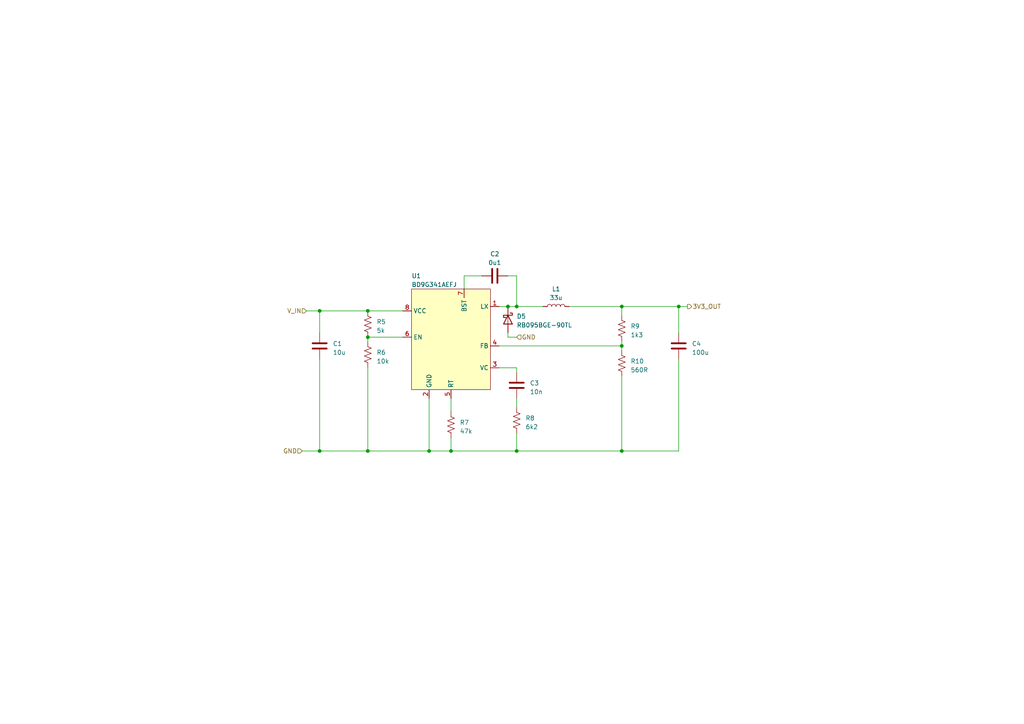
<source format=kicad_sch>
(kicad_sch (version 20230121) (generator eeschema)
  (paper "A4")
  (lib_symbols
    (symbol "Device:C" (pin_numbers hide) (pin_names (offset 0.254))
      (property "Reference" "C" (at 0.635 2.54 0))
      (property "Value" "C" (at 0.635 -2.54 0))
      (symbol "C_0_1"
        (polyline (pts (xy -2.032 -0.762) (xy 2.032 -0.762)) (stroke (width 0.508)))
        (polyline (pts (xy -2.032 0.762) (xy 2.032 0.762)) (stroke (width 0.508)))
      )
      (symbol "C_1_1"
        (pin passive line (at 0 3.81 270) (length 2.794) (name "~") (number "1"))
        (pin passive line (at 0 -3.81 90) (length 2.794) (name "~") (number "2"))
      )
    )
    (symbol "Device:D_Schottky" (pin_numbers hide) (pin_names (offset 1.016) hide)
      (property "Reference" "D" (at 0 2.54 0))
      (property "Value" "D_Schottky" (at 0 -2.54 0))
      (symbol "D_Schottky_0_1"
        (polyline (pts (xy 1.27 0) (xy -1.27 0)))
        (polyline (pts (xy 1.27 1.27) (xy 1.27 -1.27) (xy -1.27 0) (xy 1.27 1.27)) (stroke (width 0.254)))
        (polyline (pts (xy -1.905 0.635) (xy -1.905 1.27) (xy -1.27 1.27) (xy -1.27 -1.27) (xy -0.635 -1.27) (xy -0.635 -0.635)) (stroke (width 0.254)))
      )
      (symbol "D_Schottky_1_1"
        (pin passive line (at -3.81 0 0) (length 2.54) (name "K") (number "1"))
        (pin passive line (at 3.81 0 180) (length 2.54) (name "A") (number "2"))
      )
    )
    (symbol "Device:L" (pin_numbers hide) (pin_names (offset 1.016) hide)
      (property "Reference" "L" (at -1.27 0 90))
      (property "Value" "L" (at 1.905 0 90))
      (symbol "L_0_1"
        (arc (start 0 -2.54) (mid 0.6323 -1.905) (end 0 -1.27))
        (arc (start 0 -1.27) (mid 0.6323 -0.635) (end 0 0))
        (arc (start 0 0) (mid 0.6323 0.635) (end 0 1.27))
        (arc (start 0 1.27) (mid 0.6323 1.905) (end 0 2.54))
      )
      (symbol "L_1_1"
        (pin passive line (at 0 3.81 270) (length 1.27) (name "1") (number "1"))
        (pin passive line (at 0 -3.81 90) (length 1.27) (name "2") (number "2"))
      )
    )
    (symbol "Device:R_US" (pin_numbers hide) (pin_names (offset 0))
      (property "Reference" "R" (at 2.54 0 90))
      (property "Value" "R_US" (at -2.54 0 90))
      (symbol "R_US_0_1"
        (polyline (pts (xy 0 -2.286) (xy 0 -2.54)))
        (polyline (pts (xy 0 2.286) (xy 0 2.54)))
        (polyline (pts (xy 0 -0.762) (xy 1.016 -1.143) (xy 0 -1.524) (xy -1.016 -1.905) (xy 0 -2.286)))
        (polyline (pts (xy 0 0.762) (xy 1.016 0.381) (xy 0 0) (xy -1.016 -0.381) (xy 0 -0.762)))
        (polyline (pts (xy 0 2.286) (xy 1.016 1.905) (xy 0 1.524) (xy -1.016 1.143) (xy 0 0.762)))
      )
      (symbol "R_US_1_1"
        (pin passive line (at 0 3.81 270) (length 1.27) (name "~") (number "1"))
        (pin passive line (at 0 -3.81 90) (length 1.27) (name "~") (number "2"))
      )
    )
    (symbol "crush-power-lib:BD9G341AEFJ"
      (property "Reference" "U?" (at -5.08 16.51 0))
      (property "Value" "BD9G341AEFJ" (at -5.08 13.97 0))
      (symbol "BD9G341AEFJ_0_1"
        (rectangle (start -11.43 12.7) (end 11.43 -16.51) (fill (type background)))
      )
      (symbol "BD9G341AEFJ_1_1"
        (pin output line (at 13.97 7.62 180) (length 2.54) (name "LX") (number "1"))
        (pin power_in line (at -6.35 -19.05 90) (length 2.54) (name "GND") (number "2"))
        (pin input line (at 13.97 -10.16 180) (length 2.54) (name "VC") (number "3"))
        (pin input line (at 13.97 -3.81 180) (length 2.54) (name "FB") (number "4"))
        (pin input line (at 0 -19.05 90) (length 2.54) (name "RT") (number "5"))
        (pin input line (at -13.97 -1.27 0) (length 2.54) (name "EN") (number "6"))
        (pin output line (at 3.81 12.7 270) (length 2.54) (name "BST") (number "7"))
        (pin power_in line (at -13.97 6.35 0) (length 2.54) (name "VCC") (number "8"))
      )
    )
  )
  (junction (at 149.86 130.81))
  (junction (at 196.85 88.9))
  (junction (at 149.86 88.9))
  (junction (at 92.71 90.17))
  (junction (at 180.34 130.81))
  (junction (at 124.46 130.81))
  (junction (at 106.68 130.81))
  (junction (at 180.34 100.33))
  (junction (at 130.81 130.81))
  (junction (at 106.68 90.17))
  (junction (at 147.32 88.9))
  (junction (at 92.71 130.81))
  (junction (at 106.68 97.79))
  (junction (at 180.34 88.9))
  (wire (pts (xy 149.86 88.9) (xy 157.48 88.9)))
  (wire (pts (xy 147.32 97.79) (xy 147.32 96.52)))
  (wire (pts (xy 149.86 130.81) (xy 180.34 130.81)))
  (wire (pts (xy 196.85 104.14) (xy 196.85 130.81)))
  (wire (pts (xy 144.78 88.9) (xy 147.32 88.9)))
  (wire (pts (xy 130.81 130.81) (xy 124.46 130.81)))
  (wire (pts (xy 180.34 88.9) (xy 196.85 88.9)))
  (wire (pts (xy 196.85 88.9) (xy 199.39 88.9)))
  (wire (pts (xy 139.7 80.01) (xy 134.62 80.01)))
  (wire (pts (xy 88.9 90.17) (xy 92.71 90.17)))
  (wire (pts (xy 92.71 90.17) (xy 106.68 90.17)))
  (wire (pts (xy 106.68 97.79) (xy 106.68 99.06)))
  (wire (pts (xy 149.86 115.57) (xy 149.86 118.11)))
  (wire (pts (xy 180.34 100.33) (xy 180.34 101.6)))
  (wire (pts (xy 147.32 88.9) (xy 149.86 88.9)))
  (wire (pts (xy 196.85 130.81) (xy 180.34 130.81)))
  (wire (pts (xy 147.32 80.01) (xy 149.86 80.01)))
  (wire (pts (xy 130.81 130.81) (xy 149.86 130.81)))
  (wire (pts (xy 144.78 106.68) (xy 149.86 106.68)))
  (wire (pts (xy 165.1 88.9) (xy 180.34 88.9)))
  (wire (pts (xy 130.81 115.57) (xy 130.81 119.38)))
  (wire (pts (xy 180.34 99.06) (xy 180.34 100.33)))
  (wire (pts (xy 106.68 97.79) (xy 116.84 97.79)))
  (wire (pts (xy 144.78 100.33) (xy 180.34 100.33)))
  (wire (pts (xy 149.86 80.01) (xy 149.86 88.9)))
  (wire (pts (xy 149.86 106.68) (xy 149.86 107.95)))
  (wire (pts (xy 147.32 97.79) (xy 149.86 97.79)))
  (wire (pts (xy 130.81 127) (xy 130.81 130.81)))
  (wire (pts (xy 124.46 115.57) (xy 124.46 130.81)))
  (wire (pts (xy 106.68 90.17) (xy 116.84 90.17)))
  (wire (pts (xy 124.46 130.81) (xy 106.68 130.81)))
  (wire (pts (xy 106.68 106.68) (xy 106.68 130.81)))
  (wire (pts (xy 92.71 90.17) (xy 92.71 96.52)))
  (wire (pts (xy 180.34 88.9) (xy 180.34 91.44)))
  (wire (pts (xy 92.71 104.14) (xy 92.71 130.81)))
  (wire (pts (xy 134.62 80.01) (xy 134.62 83.82)))
  (wire (pts (xy 92.71 130.81) (xy 87.63 130.81)))
  (wire (pts (xy 106.68 130.81) (xy 92.71 130.81)))
  (wire (pts (xy 196.85 88.9) (xy 196.85 96.52)))
  (wire (pts (xy 149.86 125.73) (xy 149.86 130.81)))
  (wire (pts (xy 180.34 109.22) (xy 180.34 130.81)))
  (hierarchical_label "GND" (shape input) (at 87.63 130.81 180))
  (hierarchical_label "V_IN" (shape input) (at 88.9 90.17 180))
  (hierarchical_label "3V3_OUT" (shape output) (at 199.39 88.9 0))
  (hierarchical_label "GND" (shape input) (at 149.86 97.79 0))
  (symbol (lib_id "Device:C") (at 149.86 111.76 0) (unit 1)
    (property "Reference" "C3" (at 153.67 111.125 0) (effects (justify left)))
    (property "Value" "10n" (at 153.67 113.665 0) (effects (justify left)))
    (property "Footprint" "Capacitor_SMD:C_0603_1608Metric" (effects hide))
    (instances (project "crush-power-board" (path "" (reference "C3") (unit 1)) (path "" (reference "C47") (unit 1))))
  )
  (symbol (lib_id "Device:C") (at 143.51 80.01 90) (unit 1)
    (property "Reference" "C2" (at 143.51 73.66 90))
    (property "Value" "0u1" (at 143.51 76.2 90))
    (property "Footprint" "Capacitor_SMD:C_0603_1608Metric" (effects hide))
    (instances (project "crush-power-board" (path "" (reference "C2") (unit 1)) (path "" (reference "C46") (unit 1))))
  )
  (symbol (lib_id "Device:R_US") (at 106.68 102.87 0) (unit 1)
    (property "Reference" "R6" (at 109.22 102.235 0) (effects (justify left)))
    (property "Value" "10k" (at 109.22 104.775 0) (effects (justify left)))
    (property "Footprint" "Resistor_SMD:R_0603_1608Metric" (effects hide))
    (instances (project "crush-power-board" (path "" (reference "R6") (unit 1)) (path "" (reference "R34") (unit 1))))
  )
  (symbol (lib_id "Device:C") (at 196.85 100.33 0) (unit 1)
    (property "Reference" "C4" (at 200.66 99.695 0) (effects (justify left)))
    (property "Value" "100u" (at 200.66 102.235 0) (effects (justify left)))
    (property "Footprint" "Capacitor_SMD:C_0603_1608Metric" (effects hide))
    (instances (project "crush-power-board" (path "" (reference "C4") (unit 1)) (path "" (reference "C48") (unit 1))))
  )
  (symbol (lib_id "Device:C") (at 92.71 100.33 0) (unit 1)
    (property "Reference" "C1" (at 96.52 99.695 0) (effects (justify left)))
    (property "Value" "10u" (at 96.52 102.235 0) (effects (justify left)))
    (property "Footprint" "Capacitor_SMD:C_0603_1608Metric" (effects hide))
    (instances (project "crush-power-board" (path "" (reference "C1") (unit 1)) (path "" (reference "C45") (unit 1))))
  )
  (symbol (lib_id "Device:D_Schottky") (at 147.32 92.71 270) (unit 1)
    (property "Reference" "D5" (at 149.86 91.7575 90) (effects (justify left)))
    (property "Value" "RB095BGE-90TL" (at 149.86 94.2975 90) (effects (justify left)))
    (property "Footprint" "crush-power-footprints:DIO_RR601BM4_ROM-L" (effects hide))
    (instances (project "crush-power-board" (path "" (reference "D5") (unit 1)) (path "" (reference "D6") (unit 1))))
  )
  (symbol (lib_id "Device:R_US") (at 130.81 123.19 0) (unit 1)
    (property "Reference" "R7" (at 133.35 122.555 0) (effects (justify left)))
    (property "Value" "47k" (at 133.35 125.095 0) (effects (justify left)))
    (property "Footprint" "Resistor_SMD:R_0603_1608Metric" (effects hide))
    (instances (project "crush-power-board" (path "" (reference "R7") (unit 1)) (path "" (reference "R35") (unit 1))))
  )
  (symbol (lib_id "Device:R_US") (at 180.34 95.25 0) (unit 1)
    (property "Reference" "R9" (at 182.88 94.615 0) (effects (justify left)))
    (property "Value" "1k3" (at 182.88 97.155 0) (effects (justify left)))
    (property "Footprint" "Resistor_SMD:R_0603_1608Metric" (effects hide))
    (instances (project "crush-power-board" (path "" (reference "R9") (unit 1)) (path "" (reference "R37") (unit 1))))
  )
  (symbol (lib_id "crush-power-lib:BD9G341AEFJ") (at 130.81 96.52 0) (unit 1)
    (property "Reference" "U1" (at 119.38 80.01 0) (effects (justify left)))
    (property "Value" "BD9G341AEFJ" (at 119.38 82.55 0) (effects (justify left)))
    (property "Footprint" "crush-power-footprints:SOIC127P600X100-9N" (effects hide))
    (property "Datasheet" "https://fscdn.rohm.com/en/products/databook/datasheet/ic/power/switching_regulator/bd9g341aefj-e.pdf" (effects hide))
    (instances (project "crush-power-board" (path "" (reference "U1") (unit 1)) (path "" (reference "U4") (unit 1))))
  )
  (symbol (lib_id "Device:L") (at 161.29 88.9 90) (unit 1)
    (property "Reference" "L1" (at 161.29 83.82 90))
    (property "Value" "33u" (at 161.29 86.36 90))
    (property "Footprint" "crush-power-footprints:IND_#B953AS-330M=P3" (effects hide))
    (property "Datasheet" "https://www.digikey.com/en/products/detail/murata-electronics/B953AS-330M-P3/6205616" (effects hide))
    (instances (project "crush-power-board" (path "" (reference "L1") (unit 1)) (path "" (reference "L4") (unit 1))))
  )
  (symbol (lib_id "Device:R_US") (at 106.68 93.98 0) (unit 1)
    (property "Reference" "R5" (at 109.22 93.345 0) (effects (justify left)))
    (property "Value" "5k" (at 109.22 95.885 0) (effects (justify left)))
    (property "Footprint" "Resistor_SMD:R_0603_1608Metric" (effects hide))
    (instances (project "crush-power-board" (path "" (reference "R5") (unit 1)) (path "" (reference "R33") (unit 1))))
  )
  (symbol (lib_id "Device:R_US") (at 149.86 121.92 0) (unit 1)
    (property "Reference" "R8" (at 152.4 121.285 0) (effects (justify left)))
    (property "Value" "6k2" (at 152.4 123.825 0) (effects (justify left)))
    (property "Footprint" "Resistor_SMD:R_0603_1608Metric" (effects hide))
    (instances (project "crush-power-board" (path "" (reference "R8") (unit 1)) (path "" (reference "R36") (unit 1))))
  )
  (symbol (lib_id "Device:R_US") (at 180.34 105.41 0) (unit 1)
    (property "Reference" "R10" (at 182.88 104.775 0) (effects (justify left)))
    (property "Value" "560R" (at 182.88 107.315 0) (effects (justify left)))
    (property "Footprint" "Resistor_SMD:R_0603_1608Metric" (effects hide))
    (instances (project "crush-power-board" (path "" (reference "R10") (unit 1)) (path "" (reference "R38") (unit 1))))
  )
)
</source>
